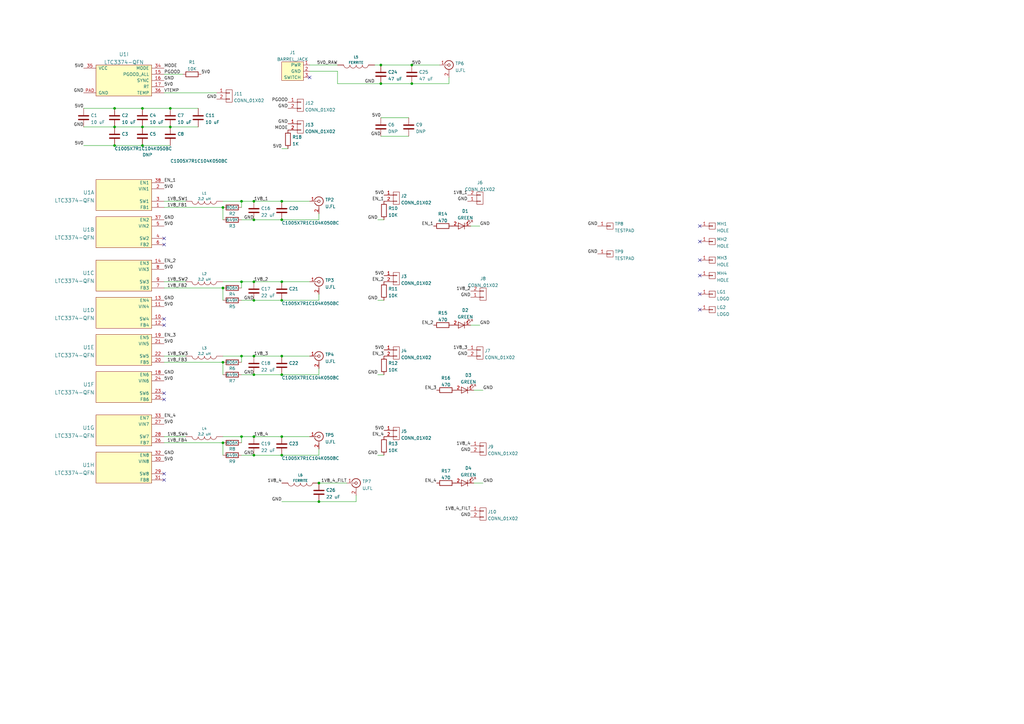
<source format=kicad_sch>
(kicad_sch (version 20211123) (generator eeschema)
  (paper "A3")
  (title_block (date "2023-02-22"))
  (lib_symbols
    (symbol "conn:CONN_01X01" (pin_names (offset 1.016) hide)
      (property "Reference" "J" (at 0 2.54 0))
      (property "Value" "CONN_01X01" (at 2.54 0 90))
      (symbol "CONN_01X01_0_1"
        (rectangle (start -1.27 0.127) (end 0.254 -0.127))
        (rectangle (start -1.27 1.27) (end 1.27 -1.27))
      )
      (symbol "CONN_01X01_1_1"
        (pin passive line (at -5.08 0 0) (length 3.81) (name "P1") (number "1"))
      )
    )
    (symbol "conn:CONN_01X02" (pin_names (offset 1.016) hide)
      (property "Reference" "J" (at 0 3.81 0))
      (property "Value" "CONN_01X02" (at 2.54 0 90))
      (symbol "CONN_01X02_0_1"
        (rectangle (start -1.27 -1.143) (end 0.254 -1.397))
        (rectangle (start -1.27 1.397) (end 0.254 1.143))
        (rectangle (start -1.27 2.54) (end 1.27 -2.54))
      )
      (symbol "CONN_01X02_1_1"
        (pin passive line (at -5.08 1.27 0) (length 3.81) (name "P1") (number "1"))
        (pin passive line (at -5.08 -1.27 0) (length 3.81) (name "P2") (number "2"))
      )
    )
    (symbol "conn:CONN_COAXIAL" (pin_names (offset 1.016) hide)
      (property "Reference" "J" (at 0.254 3.048 0))
      (property "Value" "CONN_COAXIAL" (at 2.921 0 90))
      (symbol "CONN_COAXIAL_0_1"
        (arc (start -1.778 -0.508) (mid 0.222 -1.808) (end 1.778 0) (stroke (width 0.254)))
        (polyline (pts (xy -1.27 0) (xy -0.508 0)))
        (polyline (pts (xy 0 -2.54) (xy 0 -1.778)))
        (circle (center 0 0) (radius 0.508) (stroke (width 0.2032)))
        (arc (start 1.778 0) (mid 0.222 1.8083) (end -1.778 0.508) (stroke (width 0.254)))
      )
      (symbol "CONN_COAXIAL_1_1"
        (pin passive line (at -3.81 0 0) (length 2.54) (name "In") (number "1"))
        (pin passive line (at 0 -5.08 90) (length 2.54) (name "Ext") (number "2"))
      )
    )
    (symbol "device:C" (pin_numbers hide) (pin_names (offset 0.254))
      (property "Reference" "C" (at 0.635 2.54 0))
      (property "Value" "C" (at 0.635 -2.54 0))
      (symbol "C_0_1"
        (polyline (pts (xy -2.032 -0.762) (xy 2.032 -0.762)) (stroke (width 0.508)))
        (polyline (pts (xy -2.032 0.762) (xy 2.032 0.762)) (stroke (width 0.508)))
      )
      (symbol "C_1_1"
        (pin passive line (at 0 3.81 270) (length 2.794) (name "~") (number "1"))
        (pin passive line (at 0 -3.81 90) (length 2.794) (name "~") (number "2"))
      )
    )
    (symbol "device:LED" (pin_names (offset 1.016) hide)
      (property "Reference" "D" (at 0 2.54 0))
      (property "Value" "LED" (at 0 -2.54 0))
      (symbol "LED_0_1"
        (polyline (pts (xy -1.27 -1.27) (xy -1.27 1.27)) (stroke (width 0.2032)))
        (polyline (pts (xy -1.27 0) (xy 1.27 0)))
        (polyline (pts (xy 1.27 -1.27) (xy 1.27 1.27) (xy -1.27 0) (xy 1.27 -1.27)) (stroke (width 0.2032)))
        (polyline (pts (xy -3.048 -0.762) (xy -4.572 -2.286) (xy -3.81 -2.286) (xy -4.572 -2.286) (xy -4.572 -1.524)))
        (polyline (pts (xy -1.778 -0.762) (xy -3.302 -2.286) (xy -2.54 -2.286) (xy -3.302 -2.286) (xy -3.302 -1.524)))
      )
      (symbol "LED_1_1"
        (pin passive line (at -3.81 0 0) (length 2.54) (name "K") (number "1"))
        (pin passive line (at 3.81 0 180) (length 2.54) (name "A") (number "2"))
      )
    )
    (symbol "device:R" (pin_numbers hide) (pin_names (offset 0))
      (property "Reference" "R" (at 2.032 0 90))
      (property "Value" "R" (at 0 0 90))
      (symbol "R_0_1"
        (rectangle (start -1.016 -2.54) (end 1.016 2.54) (stroke (width 0.254)))
      )
      (symbol "R_1_1"
        (pin passive line (at 0 3.81 270) (length 1.27) (name "~") (number "1"))
        (pin passive line (at 0 -3.81 90) (length 1.27) (name "~") (number "2"))
      )
    )
    (symbol "passive-azonenberg:INDUCTOR_PWROUT" (pin_numbers hide) (pin_names (offset 1.016) hide)
      (property "Reference" "L" (at -1.27 0 90))
      (property "Value" "INDUCTOR_PWROUT" (at 2.54 0 90))
      (symbol "INDUCTOR_PWROUT_0_1"
        (arc (start 0.0254 -5.0546) (mid 1.245 -3.7973) (end 0.0254 -2.54))
        (arc (start 0.0254 -2.5146) (mid 1.2704 -1.2319) (end 0.0254 0.0508))
        (arc (start 0.0254 0.0254) (mid 1.2704 1.3081) (end 0.0254 2.5908))
        (arc (start 0.0254 2.5654) (mid 1.1942 3.7719) (end 0.0254 4.9784))
      )
      (symbol "INDUCTOR_PWROUT_1_1"
        (pin power_out line (at 0 7.62 270) (length 2.54) (name "1") (number "1"))
        (pin passive line (at 0 -7.62 90) (length 2.54) (name "2") (number "2"))
      )
    )
    (symbol "power-azonenberg:BARREL_JACK" (pin_names (offset 1.016))
      (property "Reference" "J" (at 1.27 -1.27 0))
      (property "Value" "BARREL_JACK" (at 6.35 -3.81 0))
      (symbol "BARREL_JACK_0_1"
        (rectangle (start 0 7.62) (end -8.89 0) (fill (type background)))
      )
      (symbol "BARREL_JACK_1_1"
        (pin power_out line (at 2.54 6.35 180) (length 2.54) (name "PWR") (number "1"))
        (pin power_out line (at 2.54 3.81 180) (length 2.54) (name "GND") (number "2"))
        (pin passive line (at 2.54 1.27 180) (length 2.54) (name "SWITCH") (number "3"))
      )
    )
    (symbol "power-azonenberg:LTC3374-QFN" (pin_names (offset 1.016))
      (property "Reference" "U" (at 0 -1.27 0))
      (property "Value" "LTC3374-QFN" (at 22.86 -1.27 0))
      (symbol "LTC3374-QFN_0_1"
        (rectangle (start 0 12.7) (end 22.86 0) (fill (type background)))
      )
      (symbol "LTC3374-QFN_1_1"
        (pin input line (at -5.08 1.27 0) (length 5.08) (name "FB1") (number "1"))
        (pin power_in line (at -5.08 8.89 0) (length 5.08) (name "VIN1") (number "2"))
        (pin power_out line (at -5.08 3.81 0) (length 5.08) (name "SW1") (number "3"))
        (pin input line (at -5.08 11.43 0) (length 5.08) (name "EN1") (number "38"))
      )
      (symbol "LTC3374-QFN_2_1"
        (pin input line (at -5.08 11.43 0) (length 5.08) (name "EN2") (number "37"))
        (pin power_out line (at -5.08 3.81 0) (length 5.08) (name "SW2") (number "4"))
        (pin power_in line (at -5.08 8.89 0) (length 5.08) (name "VIN2") (number "5"))
        (pin input line (at -5.08 1.27 0) (length 5.08) (name "FB2") (number "6"))
      )
      (symbol "LTC3374-QFN_3_1"
        (pin input line (at -5.08 11.43 0) (length 5.08) (name "EN3") (number "14"))
        (pin input line (at -5.08 1.27 0) (length 5.08) (name "FB3") (number "7"))
        (pin power_in line (at -5.08 8.89 0) (length 5.08) (name "VIN3") (number "8"))
        (pin power_out line (at -5.08 3.81 0) (length 5.08) (name "SW3") (number "9"))
      )
      (symbol "LTC3374-QFN_4_1"
        (pin power_out line (at -5.08 3.81 0) (length 5.08) (name "SW4") (number "10"))
        (pin power_in line (at -5.08 8.89 0) (length 5.08) (name "VIN4") (number "11"))
        (pin input line (at -5.08 1.27 0) (length 5.08) (name "FB4") (number "12"))
        (pin input line (at -5.08 11.43 0) (length 5.08) (name "EN4") (number "13"))
      )
      (symbol "LTC3374-QFN_5_1"
        (pin input line (at -5.08 11.43 0) (length 5.08) (name "EN5") (number "19"))
        (pin input line (at -5.08 1.27 0) (length 5.08) (name "FB5") (number "20"))
        (pin power_in line (at -5.08 8.89 0) (length 5.08) (name "VIN5") (number "21"))
        (pin power_out line (at -5.08 3.81 0) (length 5.08) (name "SW5") (number "22"))
      )
      (symbol "LTC3374-QFN_6_1"
        (pin input line (at -5.08 11.43 0) (length 5.08) (name "EN6") (number "18"))
        (pin power_out line (at -5.08 3.81 0) (length 5.08) (name "SW6") (number "23"))
        (pin power_in line (at -5.08 8.89 0) (length 5.08) (name "VIN6") (number "24"))
        (pin input line (at -5.08 1.27 0) (length 5.08) (name "FB6") (number "25"))
      )
      (symbol "LTC3374-QFN_7_1"
        (pin input line (at -5.08 1.27 0) (length 5.08) (name "FB7") (number "26"))
        (pin power_in line (at -5.08 8.89 0) (length 5.08) (name "VIN7") (number "27"))
        (pin power_out line (at -5.08 3.81 0) (length 5.08) (name "SW7") (number "28"))
        (pin input line (at -5.08 11.43 0) (length 5.08) (name "EN7") (number "33"))
      )
      (symbol "LTC3374-QFN_8_1"
        (pin power_out line (at -5.08 3.81 0) (length 5.08) (name "SW8") (number "29"))
        (pin power_in line (at -5.08 8.89 0) (length 5.08) (name "VIN8") (number "30"))
        (pin input line (at -5.08 1.27 0) (length 5.08) (name "FB8") (number "31"))
        (pin input line (at -5.08 11.43 0) (length 5.08) (name "EN8") (number "32"))
      )
      (symbol "LTC3374-QFN_9_1"
        (pin open_collector line (at 27.94 8.89 180) (length 5.08) (name "PGOOD_ALL") (number "15"))
        (pin input line (at 27.94 6.35 180) (length 5.08) (name "SYNC") (number "16"))
        (pin input line (at 27.94 3.81 180) (length 5.08) (name "RT") (number "17"))
        (pin input line (at 27.94 11.43 180) (length 5.08) (name "MODE") (number "34"))
        (pin power_in line (at -5.08 11.43 0) (length 5.08) (name "VCC") (number "35"))
        (pin output line (at 27.94 1.27 180) (length 5.08) (name "TEMP") (number "36"))
        (pin power_in line (at -5.08 1.27 0) (length 5.08) (name "GND") (number "PAD"))
      )
    )
  )
  (junction (at 46.99 44.45))
  (junction (at 115.57 146.05))
  (junction (at 115.57 90.17))
  (junction (at 104.14 146.05))
  (junction (at 104.14 123.19))
  (junction (at 104.14 179.07))
  (junction (at 104.14 153.67))
  (junction (at 46.99 59.69))
  (junction (at 156.21 26.67))
  (junction (at 168.91 34.29))
  (junction (at 104.14 90.17))
  (junction (at 46.99 52.07))
  (junction (at 58.42 59.69))
  (junction (at 99.06 179.07))
  (junction (at 115.57 115.57))
  (junction (at 91.44 181.61))
  (junction (at 99.06 115.57))
  (junction (at 104.14 115.57))
  (junction (at 99.06 146.05))
  (junction (at 58.42 44.45))
  (junction (at 91.44 85.09))
  (junction (at 91.44 118.11))
  (junction (at 104.14 186.69))
  (junction (at 115.57 82.55))
  (junction (at 168.91 26.67))
  (junction (at 115.57 153.67))
  (junction (at 58.42 52.07))
  (junction (at 99.06 82.55))
  (junction (at 115.57 179.07))
  (junction (at 130.81 205.74))
  (junction (at 104.14 82.55))
  (junction (at 69.85 44.45))
  (junction (at 130.81 198.12))
  (junction (at 91.44 148.59))
  (junction (at 115.57 123.19))
  (junction (at 156.21 34.29))
  (junction (at 69.85 52.07))
  (junction (at 115.57 186.69))
  (no_connect (at 287.02 127))
  (no_connect (at 287.02 106.68))
  (no_connect (at 287.02 113.03))
  (no_connect (at 67.31 100.33))
  (no_connect (at 127 31.75))
  (no_connect (at 287.02 99.06))
  (no_connect (at 287.02 120.65))
  (no_connect (at 67.31 97.79))
  (no_connect (at 67.31 161.29))
  (no_connect (at 67.31 163.83))
  (no_connect (at 67.31 130.81))
  (no_connect (at 67.31 194.31))
  (no_connect (at 67.31 133.35))
  (no_connect (at 67.31 196.85))
  (no_connect (at 287.02 92.71))
  (wire (pts (xy 193.04 133.35) (xy 196.85 133.35)))
  (wire (pts (xy 130.81 90.17) (xy 130.81 87.63)))
  (wire (pts (xy 67.31 181.61) (xy 91.44 181.61)))
  (wire (pts (xy 115.57 60.96) (xy 118.11 60.96)))
  (wire (pts (xy 115.57 179.07) (xy 127 179.07)))
  (wire (pts (xy 156.21 26.67) (xy 168.91 26.67)))
  (wire (pts (xy 104.14 186.69) (xy 115.57 186.69)))
  (wire (pts (xy 138.43 34.29) (xy 156.21 34.29)))
  (wire (pts (xy 34.29 52.07) (xy 46.99 52.07)))
  (wire (pts (xy 184.15 34.29) (xy 184.15 31.75)))
  (wire (pts (xy 130.81 186.69) (xy 130.81 184.15)))
  (wire (pts (xy 69.85 44.45) (xy 81.28 44.45)))
  (wire (pts (xy 130.81 123.19) (xy 130.81 120.65)))
  (wire (pts (xy 58.42 44.45) (xy 69.85 44.45)))
  (wire (pts (xy 115.57 90.17) (xy 130.81 90.17)))
  (wire (pts (xy 91.44 179.07) (xy 99.06 179.07)))
  (wire (pts (xy 99.06 82.55) (xy 104.14 82.55)))
  (wire (pts (xy 67.31 118.11) (xy 91.44 118.11)))
  (wire (pts (xy 115.57 153.67) (xy 130.81 153.67)))
  (wire (pts (xy 91.44 115.57) (xy 99.06 115.57)))
  (wire (pts (xy 99.06 186.69) (xy 104.14 186.69)))
  (wire (pts (xy 154.94 90.17) (xy 157.48 90.17)))
  (wire (pts (xy 67.31 38.1) (xy 88.9 38.1)))
  (wire (pts (xy 99.06 146.05) (xy 104.14 146.05)))
  (wire (pts (xy 91.44 123.19) (xy 91.44 118.11)))
  (wire (pts (xy 104.14 153.67) (xy 115.57 153.67)))
  (wire (pts (xy 130.81 153.67) (xy 130.81 151.13)))
  (wire (pts (xy 46.99 52.07) (xy 58.42 52.07)))
  (wire (pts (xy 127 26.67) (xy 138.43 26.67)))
  (wire (pts (xy 156.21 34.29) (xy 168.91 34.29)))
  (wire (pts (xy 99.06 153.67) (xy 104.14 153.67)))
  (wire (pts (xy 58.42 52.07) (xy 69.85 52.07)))
  (wire (pts (xy 58.42 59.69) (xy 69.85 59.69)))
  (wire (pts (xy 130.81 205.74) (xy 146.05 205.74)))
  (wire (pts (xy 104.14 179.07) (xy 115.57 179.07)))
  (wire (pts (xy 99.06 146.05) (xy 99.06 148.59)))
  (wire (pts (xy 99.06 115.57) (xy 99.06 118.11)))
  (wire (pts (xy 104.14 123.19) (xy 115.57 123.19)))
  (wire (pts (xy 99.06 115.57) (xy 104.14 115.57)))
  (wire (pts (xy 104.14 90.17) (xy 115.57 90.17)))
  (wire (pts (xy 115.57 115.57) (xy 127 115.57)))
  (wire (pts (xy 99.06 82.55) (xy 99.06 85.09)))
  (wire (pts (xy 104.14 115.57) (xy 115.57 115.57)))
  (wire (pts (xy 67.31 82.55) (xy 76.2 82.55)))
  (wire (pts (xy 115.57 205.74) (xy 130.81 205.74)))
  (wire (pts (xy 34.29 44.45) (xy 46.99 44.45)))
  (wire (pts (xy 154.94 153.67) (xy 157.48 153.67)))
  (wire (pts (xy 115.57 82.55) (xy 127 82.55)))
  (wire (pts (xy 115.57 186.69) (xy 130.81 186.69)))
  (wire (pts (xy 138.43 34.29) (xy 138.43 29.21)))
  (wire (pts (xy 67.31 148.59) (xy 91.44 148.59)))
  (wire (pts (xy 99.06 123.19) (xy 104.14 123.19)))
  (wire (pts (xy 168.91 34.29) (xy 184.15 34.29)))
  (wire (pts (xy 104.14 82.55) (xy 115.57 82.55)))
  (wire (pts (xy 34.29 59.69) (xy 46.99 59.69)))
  (wire (pts (xy 91.44 153.67) (xy 91.44 148.59)))
  (wire (pts (xy 91.44 186.69) (xy 91.44 181.61)))
  (wire (pts (xy 67.31 115.57) (xy 76.2 115.57)))
  (wire (pts (xy 99.06 179.07) (xy 99.06 181.61)))
  (wire (pts (xy 104.14 146.05) (xy 115.57 146.05)))
  (wire (pts (xy 154.94 123.19) (xy 157.48 123.19)))
  (wire (pts (xy 156.21 55.88) (xy 167.64 55.88)))
  (wire (pts (xy 130.81 198.12) (xy 142.24 198.12)))
  (wire (pts (xy 194.31 160.02) (xy 198.12 160.02)))
  (wire (pts (xy 154.94 186.69) (xy 157.48 186.69)))
  (wire (pts (xy 156.21 48.26) (xy 167.64 48.26)))
  (wire (pts (xy 146.05 205.74) (xy 146.05 203.2)))
  (wire (pts (xy 99.06 179.07) (xy 104.14 179.07)))
  (wire (pts (xy 115.57 123.19) (xy 130.81 123.19)))
  (wire (pts (xy 69.85 52.07) (xy 81.28 52.07)))
  (wire (pts (xy 194.31 198.12) (xy 198.12 198.12)))
  (wire (pts (xy 115.57 146.05) (xy 127 146.05)))
  (wire (pts (xy 193.04 92.71) (xy 196.85 92.71)))
  (wire (pts (xy 67.31 30.48) (xy 74.93 30.48)))
  (wire (pts (xy 46.99 44.45) (xy 58.42 44.45)))
  (wire (pts (xy 168.91 26.67) (xy 180.34 26.67)))
  (wire (pts (xy 91.44 146.05) (xy 99.06 146.05)))
  (wire (pts (xy 91.44 90.17) (xy 91.44 85.09)))
  (wire (pts (xy 67.31 85.09) (xy 91.44 85.09)))
  (wire (pts (xy 99.06 90.17) (xy 104.14 90.17)))
  (wire (pts (xy 67.31 146.05) (xy 76.2 146.05)))
  (wire (pts (xy 138.43 29.21) (xy 127 29.21)))
  (wire (pts (xy 91.44 82.55) (xy 99.06 82.55)))
  (wire (pts (xy 67.31 179.07) (xy 76.2 179.07)))
  (wire (pts (xy 46.99 59.69) (xy 58.42 59.69)))
  (wire (pts (xy 153.67 26.67) (xy 156.21 26.67)))
  (label "1V8_SW1" (at 68.58 82.55 0))
  (label "EN_1" (at 157.48 82.55 180))
  (label "5V0" (at 67.31 77.47 0))
  (label "1V8_SW2" (at 68.58 115.57 0))
  (label "5V0" (at 67.31 35.56 0))
  (label "5V0" (at 67.31 92.71 0))
  (label "VTEMP" (at 67.31 38.1 0))
  (label "EN_4" (at 179.07 198.12 180))
  (label "EN_2" (at 67.31 107.95 0))
  (label "EN_4" (at 67.31 171.45 0))
  (label "5V0" (at 67.31 156.21 0))
  (label "GND" (at 191.77 146.05 180))
  (label "5V0" (at 168.91 26.67 0))
  (label "GND" (at 34.29 52.07 180))
  (label "1V8_FB2" (at 68.58 118.11 0))
  (label "GND" (at 156.21 55.88 180))
  (label "1V8_4" (at 115.57 198.12 180))
  (label "MODE" (at 118.11 53.34 180))
  (label "5V0" (at 34.29 59.69 180))
  (label "GND" (at 154.94 153.67 180))
  (label "GND" (at 154.94 186.69 180))
  (label "GND" (at 193.04 121.92 180))
  (label "GND" (at 34.29 38.1 180))
  (label "1V8_1" (at 191.77 80.01 180))
  (label "1V8_FB1" (at 68.58 85.09 0))
  (label "GND" (at 191.77 82.55 180))
  (label "1V8_4_FILT" (at 193.04 209.55 180))
  (label "1V8_4" (at 193.04 182.88 180))
  (label "5V0" (at 82.55 30.48 0))
  (label "GND" (at 104.14 186.69 180))
  (label "GND" (at 67.31 153.67 0))
  (label "5V0" (at 157.48 143.51 180))
  (label "GND" (at 104.14 90.17 180))
  (label "5V0" (at 67.31 110.49 0))
  (label "EN_2" (at 157.48 115.57 180))
  (label "PGOOD" (at 118.11 41.91 180))
  (label "GND" (at 196.85 133.35 0))
  (label "1V8_SW3" (at 68.58 146.05 0))
  (label "1V8_4" (at 104.14 179.07 0))
  (label "GND" (at 115.57 205.74 180))
  (label "5V0" (at 67.31 125.73 0))
  (label "5V0" (at 157.48 113.03 180))
  (label "1V8_2" (at 104.14 115.57 0))
  (label "GND" (at 104.14 153.67 180))
  (label "1V8_SW4" (at 68.58 179.07 0))
  (label "EN_3" (at 179.07 160.02 180))
  (label "1V8_3" (at 191.77 143.51 180))
  (label "GND" (at 193.04 185.42 180))
  (label "GND" (at 154.94 90.17 180))
  (label "GND" (at 154.94 123.19 180))
  (label "GND" (at 245.11 104.14 180))
  (label "5V0" (at 67.31 189.23 0))
  (label "1V8_1" (at 104.14 82.55 0))
  (label "GND" (at 198.12 198.12 0))
  (label "5V0" (at 157.48 176.53 180))
  (label "EN_2" (at 177.8 133.35 180))
  (label "1V8_2" (at 193.04 119.38 180))
  (label "5V0" (at 157.48 80.01 180))
  (label "EN_4" (at 157.48 179.07 180))
  (label "EN_1" (at 177.8 92.71 180))
  (label "GND" (at 67.31 186.69 0))
  (label "5V0" (at 34.29 27.94 180))
  (label "5V0" (at 156.21 48.26 180))
  (label "EN_1" (at 67.31 74.93 0))
  (label "EN_3" (at 157.48 146.05 180))
  (label "GND" (at 193.04 212.09 180))
  (label "EN_3" (at 67.31 138.43 0))
  (label "GND" (at 104.14 123.19 180))
  (label "GND" (at 67.31 90.17 0))
  (label "5V0" (at 67.31 140.97 0))
  (label "5V0" (at 67.31 173.99 0))
  (label "GND" (at 67.31 123.19 0))
  (label "GND" (at 118.11 50.8 180))
  (label "5V0" (at 34.29 44.45 180))
  (label "PGOOD" (at 67.31 30.48 0))
  (label "1V8_FB4" (at 68.58 181.61 0))
  (label "1V8_4_FILT" (at 142.24 198.12 180))
  (label "GND" (at 245.11 92.71 180))
  (label "1V8_FB3" (at 68.58 148.59 0))
  (label "1V8_3" (at 104.14 146.05 0))
  (label "GND" (at 67.31 33.02 0))
  (label "5V0" (at 115.57 60.96 180))
  (label "GND" (at 88.9 40.64 180))
  (label "GND" (at 153.67 34.29 180))
  (label "5V0_RAW" (at 138.43 26.67 180))
  (label "GND" (at 196.85 92.71 0))
  (label "GND" (at 198.12 160.02 0))
  (label "GND" (at 118.11 44.45 180))
  (label "MODE" (at 67.31 27.94 0))
  (symbol (lib_id "passive-azonenberg:INDUCTOR_PWROUT") (at 83.82 146.05 270) (unit 1)
    (property "Reference" "L3" (at 83.82 142.7752 90) (effects (font (size 1.016 1.016))))
    (property "Value" "2.2 uH" (at 83.82 145.046 90) (effects (font (size 1.016 1.016))))
    (property "Footprint" "azonenberg_pcb:INDUCTOR_YUDEN_NRS5030" (effects hide))
  )
  (symbol (lib_id "device:C") (at 34.29 48.26 0) (unit 1)
    (property "Reference" "C1" (at 37.211 47.3515 0) (effects (justify left)))
    (property "Value" "10 uF" (at 37.211 50.1266 0) (effects (justify left)))
    (property "Footprint" "azonenberg_pcb:EIA_0805_CAP_NOSILK" (effects hide))
  )
  (symbol (lib_id "conn:CONN_01X01") (at 292.1 106.68 0) (unit 1)
    (property "Reference" "MH3" (at 294.005 105.7715 0) (effects (justify left)))
    (property "Value" "HOLE" (at 294.005 108.5466 0) (effects (justify left)))
    (property "Footprint" "azonenberg_pcb:MECHANICAL_CLEARANCEHOLE_4_40" (effects hide))
  )
  (symbol (lib_id "device:C") (at 69.85 55.88 0) (unit 1)
    (property "Reference" "C8" (at 72.771 54.9715 0) (effects (justify left)))
    (property "Value" "C1005X7R1C104K050BC" (at 69.85 66.04 0) (effects (justify left)))
    (property "Footprint" "azonenberg_pcb:EIA_0402_CAP_NOSILK" (effects hide))
  )
  (symbol (lib_id "device:LED") (at 189.23 92.71 180) (unit 1)
    (property "Reference" "D1" (at 190.8302 86.5845 0))
    (property "Value" "GREEN" (at 190.8302 89.3596 0))
    (property "Footprint" "azonenberg_pcb:EIA_0603_CAP_NOSILK" (effects hide))
  )
  (symbol (lib_id "passive-azonenberg:INDUCTOR_PWROUT") (at 83.82 115.57 270) (unit 1)
    (property "Reference" "L2" (at 83.82 112.2952 90) (effects (font (size 1.016 1.016))))
    (property "Value" "2.2 uH" (at 83.82 114.566 90) (effects (font (size 1.016 1.016))))
    (property "Footprint" "azonenberg_pcb:INDUCTOR_YUDEN_NRS5030" (effects hide))
  )
  (symbol (lib_id "conn:CONN_01X02") (at 162.56 177.8 0) (unit 1)
    (property "Reference" "J5" (at 164.465 176.8915 0) (effects (justify left)))
    (property "Value" "CONN_01X02" (at 164.465 179.6666 0) (effects (justify left)))
    (property "Footprint" "azonenberg_pcb:CONN_HEADER_2.54MM_1x2" (effects hide))
  )
  (symbol (lib_id "device:C") (at 58.42 55.88 0) (unit 1)
    (property "Reference" "C5" (at 61.341 54.9715 0) (effects (justify left)))
    (property "Value" "DNP" (at 58.42 63.5 0) (effects (justify left)))
    (property "Footprint" "azonenberg_pcb:EIA_0402_CAP_NOSILK" (effects hide))
  )
  (symbol (lib_id "device:C") (at 104.14 149.86 0) (unit 1)
    (property "Reference" "C18" (at 107.061 148.9515 0) (effects (justify left)))
    (property "Value" "22 uF" (at 107.061 151.7266 0) (effects (justify left)))
    (property "Footprint" "azonenberg_pcb:EIA_1206_CAP_NOSILK" (effects hide))
  )
  (symbol (lib_id "device:C") (at 58.42 48.26 0) (unit 1)
    (property "Reference" "C4" (at 61.341 47.3515 0) (effects (justify left)))
    (property "Value" "10 uF" (at 61.341 50.1266 0) (effects (justify left)))
    (property "Footprint" "azonenberg_pcb:EIA_0805_CAP_NOSILK" (effects hide))
  )
  (symbol (lib_id "device:R") (at 95.25 85.09 90) (unit 1)
    (property "Reference" "R2" (at 95.25 87.63 90))
    (property "Value" "806K" (at 95.25 85.09 90))
    (property "Footprint" "azonenberg_pcb:EIA_0402_RES_NOSILK" (effects hide))
  )
  (symbol (lib_id "conn:CONN_01X02") (at 162.56 114.3 0) (unit 1)
    (property "Reference" "J3" (at 164.465 113.3915 0) (effects (justify left)))
    (property "Value" "CONN_01X02" (at 164.465 116.1666 0) (effects (justify left)))
    (property "Footprint" "azonenberg_pcb:CONN_HEADER_2.54MM_1x2" (effects hide))
  )
  (symbol (lib_id "device:C") (at 167.64 52.07 0) (unit 1)
    (property "Reference" "C9" (at 170.561 51.1615 0) (effects (justify left)))
    (property "Value" "DNP" (at 170.561 53.9366 0) (effects (justify left)))
    (property "Footprint" "azonenberg_pcb:EIA_1210_CAP_NOSILK" (effects hide))
  )
  (symbol (lib_id "conn:CONN_01X02") (at 196.85 144.78 0) (unit 1)
    (property "Reference" "J7" (at 198.755 143.8715 0) (effects (justify left)))
    (property "Value" "CONN_01X02" (at 198.755 146.6466 0) (effects (justify left)))
    (property "Footprint" "azonenberg_pcb:TERMBLOCK_PHOENIX_COMBICON_3.5MM_2POS_1984617" (effects hide))
  )
  (symbol (lib_id "conn:CONN_COAXIAL") (at 146.05 198.12 0) (unit 1)
    (property "Reference" "TP7" (at 148.5901 197.5047 0) (effects (justify left)))
    (property "Value" "U.FL" (at 148.5901 200.2798 0) (effects (justify left)))
    (property "Footprint" "azonenberg_pcb:CONN_U.FL_TE_1909763-1" (effects hide))
  )
  (symbol (lib_id "device:R") (at 118.11 57.15 0) (unit 1)
    (property "Reference" "R18" (at 119.888 56.2415 0) (effects (justify left)))
    (property "Value" "1K" (at 119.888 59.0166 0) (effects (justify left)))
    (property "Footprint" "azonenberg_pcb:EIA_0402_RES_NOSILK" (effects hide))
  )
  (symbol (lib_id "conn:CONN_01X01") (at 292.1 120.65 0) (unit 1)
    (property "Reference" "LG1" (at 294.005 119.7415 0) (effects (justify left)))
    (property "Value" "LOGO" (at 294.005 122.5166 0) (effects (justify left)))
    (property "Footprint" "azonenberg_pcb:LONGTHING-1200DPI" (effects hide))
  )
  (symbol (lib_id "device:LED") (at 190.5 160.02 180) (unit 1)
    (property "Reference" "D3" (at 192.1002 153.8945 0))
    (property "Value" "GREEN" (at 192.1002 156.6696 0))
    (property "Footprint" "azonenberg_pcb:EIA_0603_CAP_NOSILK" (effects hide))
  )
  (symbol (lib_id "power-azonenberg:LTC3374-QFN") (at 62.23 198.12 0) (mirror y) (unit 8)
    (property "Reference" "U1" (at 38.735 190.7053 0) (effects (font (size 1.524 1.524)) (justify left)))
    (property "Value" "LTC3374-QFN" (at 38.735 193.9843 0) (effects (font (size 1.524 1.524)) (justify left)))
    (property "Footprint" "azonenberg_pcb:QFN_38_0.5MM_5x7MM" (effects hide))
  )
  (symbol (lib_id "device:C") (at 156.21 30.48 0) (unit 1)
    (property "Reference" "C24" (at 159.131 29.5715 0) (effects (justify left)))
    (property "Value" "47 uF" (at 159.131 32.3466 0) (effects (justify left)))
    (property "Footprint" "azonenberg_pcb:EIA_1210_CAP_NOSILK" (effects hide))
  )
  (symbol (lib_id "device:R") (at 157.48 182.88 0) (unit 1)
    (property "Reference" "R13" (at 159.258 181.9715 0) (effects (justify left)))
    (property "Value" "10K" (at 159.258 184.7466 0) (effects (justify left)))
    (property "Footprint" "azonenberg_pcb:EIA_0402_RES_NOSILK_FLIPCHIP" (effects hide))
  )
  (symbol (lib_id "device:R") (at 182.88 198.12 90) (unit 1)
    (property "Reference" "R17" (at 182.88 193.1375 90))
    (property "Value" "470" (at 182.88 195.9126 90))
    (property "Footprint" "azonenberg_pcb:EIA_0402_RES_NOSILK_FLIPCHIP" (effects hide))
  )
  (symbol (lib_id "conn:CONN_01X02") (at 162.56 81.28 0) (unit 1)
    (property "Reference" "J2" (at 164.465 80.3715 0) (effects (justify left)))
    (property "Value" "CONN_01X02" (at 164.465 83.1466 0) (effects (justify left)))
    (property "Footprint" "azonenberg_pcb:CONN_HEADER_2.54MM_1x2" (effects hide))
  )
  (symbol (lib_id "device:R") (at 157.48 119.38 0) (unit 1)
    (property "Reference" "R11" (at 159.258 118.4715 0) (effects (justify left)))
    (property "Value" "10K" (at 159.258 121.2466 0) (effects (justify left)))
    (property "Footprint" "azonenberg_pcb:EIA_0402_RES_NOSILK_FLIPCHIP" (effects hide))
  )
  (symbol (lib_id "conn:CONN_01X02") (at 198.12 120.65 0) (mirror x) (unit 1)
    (property "Reference" "J8" (at 198.12 114.2705 0))
    (property "Value" "CONN_01X02" (at 198.12 117.0456 0))
    (property "Footprint" "azonenberg_pcb:TERMBLOCK_PHOENIX_COMBICON_3.5MM_2POS_1984617" (effects hide))
  )
  (symbol (lib_id "power-azonenberg:LTC3374-QFN") (at 39.37 39.37 0) (unit 9)
    (property "Reference" "U1" (at 50.8 22.2661 0) (effects (font (size 1.524 1.524))))
    (property "Value" "LTC3374-QFN" (at 50.8 25.5451 0) (effects (font (size 1.524 1.524))))
    (property "Footprint" "azonenberg_pcb:QFN_38_0.5MM_5x7MM" (effects hide))
  )
  (symbol (lib_id "conn:CONN_COAXIAL") (at 130.81 115.57 0) (unit 1)
    (property "Reference" "TP3" (at 133.3501 114.9547 0) (effects (justify left)))
    (property "Value" "U.FL" (at 133.3501 117.7298 0) (effects (justify left)))
    (property "Footprint" "azonenberg_pcb:CONN_U.FL_TE_1909763-1" (effects hide))
  )
  (symbol (lib_id "power-azonenberg:LTC3374-QFN") (at 62.23 149.86 0) (mirror y) (unit 5)
    (property "Reference" "U1" (at 38.735 142.4453 0) (effects (font (size 1.524 1.524)) (justify left)))
    (property "Value" "LTC3374-QFN" (at 38.735 145.7243 0) (effects (font (size 1.524 1.524)) (justify left)))
    (property "Footprint" "azonenberg_pcb:QFN_38_0.5MM_5x7MM" (effects hide))
  )
  (symbol (lib_id "power-azonenberg:LTC3374-QFN") (at 62.23 101.6 0) (mirror y) (unit 2)
    (property "Reference" "U1" (at 38.735 94.1853 0) (effects (font (size 1.524 1.524)) (justify left)))
    (property "Value" "LTC3374-QFN" (at 38.735 97.4643 0) (effects (font (size 1.524 1.524)) (justify left)))
    (property "Footprint" "azonenberg_pcb:QFN_38_0.5MM_5x7MM" (effects hide))
  )
  (symbol (lib_id "device:R") (at 95.25 153.67 90) (unit 1)
    (property "Reference" "R7" (at 95.25 156.21 90))
    (property "Value" "649K" (at 95.25 153.67 90))
    (property "Footprint" "azonenberg_pcb:EIA_0402_RES_NOSILK" (effects hide))
  )
  (symbol (lib_id "conn:CONN_01X02") (at 196.85 81.28 0) (mirror x) (unit 1)
    (property "Reference" "J6" (at 196.85 74.9005 0))
    (property "Value" "CONN_01X02" (at 196.85 77.6756 0))
    (property "Footprint" "azonenberg_pcb:TERMBLOCK_PHOENIX_COMBICON_3.5MM_2POS_1984617" (effects hide))
  )
  (symbol (lib_id "device:C") (at 69.85 48.26 0) (unit 1)
    (property "Reference" "C7" (at 72.771 47.3515 0) (effects (justify left)))
    (property "Value" "10 uF" (at 72.771 50.1266 0) (effects (justify left)))
    (property "Footprint" "azonenberg_pcb:EIA_0805_CAP_NOSILK" (effects hide))
  )
  (symbol (lib_id "conn:CONN_01X02") (at 123.19 52.07 0) (unit 1)
    (property "Reference" "J13" (at 125.095 51.1615 0) (effects (justify left)))
    (property "Value" "CONN_01X02" (at 125.095 53.9366 0) (effects (justify left)))
    (property "Footprint" "azonenberg_pcb:CONN_HEADER_2.54MM_1x2" (effects hide))
  )
  (symbol (lib_id "passive-azonenberg:INDUCTOR_PWROUT") (at 83.82 179.07 270) (unit 1)
    (property "Reference" "L4" (at 83.82 175.7952 90) (effects (font (size 1.016 1.016))))
    (property "Value" "2.2 uH" (at 83.82 178.066 90) (effects (font (size 1.016 1.016))))
    (property "Footprint" "azonenberg_pcb:INDUCTOR_YUDEN_NRS5030" (effects hide))
  )
  (symbol (lib_id "passive-azonenberg:INDUCTOR_PWROUT") (at 123.19 198.12 270) (unit 1)
    (property "Reference" "L6" (at 123.19 194.8452 90) (effects (font (size 1.016 1.016))))
    (property "Value" "FERRITE" (at 123.19 197.116 90) (effects (font (size 1.016 1.016))))
    (property "Footprint" "azonenberg_pcb:EIA_0603_INDUCTOR_NOSILK" (effects hide))
  )
  (symbol (lib_id "conn:CONN_COAXIAL") (at 130.81 82.55 0) (unit 1)
    (property "Reference" "TP2" (at 133.3501 81.9347 0) (effects (justify left)))
    (property "Value" "U.FL" (at 133.3501 84.7098 0) (effects (justify left)))
    (property "Footprint" "azonenberg_pcb:CONN_U.FL_TE_1909763-1" (effects hide))
  )
  (symbol (lib_id "conn:CONN_01X02") (at 123.19 43.18 0) (unit 1)
    (property "Reference" "J12" (at 125.095 42.2715 0) (effects (justify left)))
    (property "Value" "CONN_01X02" (at 125.095 45.0466 0) (effects (justify left)))
    (property "Footprint" "azonenberg_pcb:CONN_HEADER_2.54MM_1x2" (effects hide))
  )
  (symbol (lib_id "device:R") (at 95.25 186.69 90) (unit 1)
    (property "Reference" "R9" (at 95.25 189.23 90))
    (property "Value" "649K" (at 95.25 186.69 90))
    (property "Footprint" "azonenberg_pcb:EIA_0402_RES_NOSILK" (effects hide))
  )
  (symbol (lib_id "conn:CONN_01X01") (at 292.1 127 0) (unit 1)
    (property "Reference" "LG2" (at 294.005 126.0915 0) (effects (justify left)))
    (property "Value" "LOGO" (at 294.005 128.8666 0) (effects (justify left)))
    (property "Footprint" "w_logo:Logo_silk_polarity_center_5x1.4mm" (effects hide))
  )
  (symbol (lib_id "device:C") (at 104.14 119.38 0) (unit 1)
    (property "Reference" "C17" (at 107.061 118.4715 0) (effects (justify left)))
    (property "Value" "22 uF" (at 107.061 121.2466 0) (effects (justify left)))
    (property "Footprint" "azonenberg_pcb:EIA_1206_CAP_NOSILK" (effects hide))
  )
  (symbol (lib_id "conn:CONN_01X02") (at 162.56 144.78 0) (unit 1)
    (property "Reference" "J4" (at 164.465 143.8715 0) (effects (justify left)))
    (property "Value" "CONN_01X02" (at 164.465 146.6466 0) (effects (justify left)))
    (property "Footprint" "azonenberg_pcb:CONN_HEADER_2.54MM_1x2" (effects hide))
  )
  (symbol (lib_id "conn:CONN_01X02") (at 198.12 184.15 0) (unit 1)
    (property "Reference" "J9" (at 200.025 183.2415 0) (effects (justify left)))
    (property "Value" "CONN_01X02" (at 200.025 186.0166 0) (effects (justify left)))
    (property "Footprint" "azonenberg_pcb:TERMBLOCK_PHOENIX_COMBICON_3.5MM_2POS_1984617" (effects hide))
  )
  (symbol (lib_id "device:LED") (at 190.5 198.12 180) (unit 1)
    (property "Reference" "D4" (at 192.1002 191.9945 0))
    (property "Value" "GREEN" (at 192.1002 194.7696 0))
    (property "Footprint" "azonenberg_pcb:EIA_0603_CAP_NOSILK" (effects hide))
  )
  (symbol (lib_id "power-azonenberg:BARREL_JACK") (at 124.46 33.02 0) (unit 1)
    (property "Reference" "J1" (at 120.015 21.5605 0))
    (property "Value" "BARREL_JACK" (at 120.015 24.3356 0))
    (property "Footprint" "azonenberg_pcb:CONN_CUI_PJ-058BH_HIPWR_BARREL_NOSLOT" (effects hide))
  )
  (symbol (lib_id "power-azonenberg:LTC3374-QFN") (at 62.23 86.36 0) (mirror y) (unit 1)
    (property "Reference" "U1" (at 38.735 78.9453 0) (effects (font (size 1.524 1.524)) (justify left)))
    (property "Value" "LTC3374-QFN" (at 38.735 82.2243 0) (effects (font (size 1.524 1.524)) (justify left)))
    (property "Footprint" "azonenberg_pcb:QFN_38_0.5MM_5x7MM" (effects hide))
  )
  (symbol (lib_id "device:C") (at 156.21 52.07 0) (unit 1)
    (property "Reference" "C6" (at 159.131 51.1615 0) (effects (justify left)))
    (property "Value" "DNP" (at 159.131 53.9366 0) (effects (justify left)))
    (property "Footprint" "azonenberg_pcb:EIA_1210_CAP_NOSILK" (effects hide))
  )
  (symbol (lib_id "device:R") (at 95.25 181.61 90) (unit 1)
    (property "Reference" "R8" (at 95.25 184.15 90))
    (property "Value" "806K" (at 95.25 181.61 90))
    (property "Footprint" "azonenberg_pcb:EIA_0402_RES_NOSILK" (effects hide))
  )
  (symbol (lib_id "conn:CONN_01X01") (at 292.1 92.71 0) (unit 1)
    (property "Reference" "MH1" (at 294.005 91.8015 0) (effects (justify left)))
    (property "Value" "HOLE" (at 294.005 94.5766 0) (effects (justify left)))
    (property "Footprint" "azonenberg_pcb:MECHANICAL_CLEARANCEHOLE_4_40" (effects hide))
  )
  (symbol (lib_id "device:C") (at 168.91 30.48 0) (unit 1)
    (property "Reference" "C25" (at 171.831 29.5715 0) (effects (justify left)))
    (property "Value" "47 uF" (at 171.831 32.3466 0) (effects (justify left)))
    (property "Footprint" "azonenberg_pcb:EIA_1210_CAP_NOSILK" (effects hide))
  )
  (symbol (lib_id "device:R") (at 78.74 30.48 90) (unit 1)
    (property "Reference" "R1" (at 78.74 25.4975 90))
    (property "Value" "10K" (at 78.74 28.2726 90))
    (property "Footprint" "azonenberg_pcb:EIA_0402_RES_NOSILK" (effects hide))
  )
  (symbol (lib_id "conn:CONN_01X01") (at 292.1 99.06 0) (unit 1)
    (property "Reference" "MH2" (at 294.005 98.1515 0) (effects (justify left)))
    (property "Value" "HOLE" (at 294.005 100.9266 0) (effects (justify left)))
    (property "Footprint" "azonenberg_pcb:MECHANICAL_CLEARANCEHOLE_4_40" (effects hide))
  )
  (symbol (lib_id "conn:CONN_COAXIAL") (at 130.81 179.07 0) (unit 1)
    (property "Reference" "TP5" (at 133.3501 178.4547 0) (effects (justify left)))
    (property "Value" "U.FL" (at 133.3501 181.2298 0) (effects (justify left)))
    (property "Footprint" "azonenberg_pcb:CONN_U.FL_TE_1909763-1" (effects hide))
  )
  (symbol (lib_id "device:R") (at 95.25 148.59 90) (unit 1)
    (property "Reference" "R6" (at 95.25 151.13 90))
    (property "Value" "806K" (at 95.25 148.59 90))
    (property "Footprint" "azonenberg_pcb:EIA_0402_RES_NOSILK" (effects hide))
  )
  (symbol (lib_id "conn:CONN_01X02") (at 198.12 210.82 0) (unit 1)
    (property "Reference" "J10" (at 200.025 209.9115 0) (effects (justify left)))
    (property "Value" "CONN_01X02" (at 200.025 212.6866 0) (effects (justify left)))
    (property "Footprint" "azonenberg_pcb:TERMBLOCK_PHOENIX_COMBICON_3.5MM_2POS_1984617" (effects hide))
  )
  (symbol (lib_id "power-azonenberg:LTC3374-QFN") (at 62.23 165.1 0) (mirror y) (unit 6)
    (property "Reference" "U1" (at 38.735 157.6853 0) (effects (font (size 1.524 1.524)) (justify left)))
    (property "Value" "LTC3374-QFN" (at 38.735 160.9643 0) (effects (font (size 1.524 1.524)) (justify left)))
    (property "Footprint" "azonenberg_pcb:QFN_38_0.5MM_5x7MM" (effects hide))
  )
  (symbol (lib_id "device:R") (at 95.25 123.19 90) (unit 1)
    (property "Reference" "R5" (at 95.25 125.73 90))
    (property "Value" "649K" (at 95.25 123.19 90))
    (property "Footprint" "azonenberg_pcb:EIA_0402_RES_NOSILK" (effects hide))
  )
  (symbol (lib_id "power-azonenberg:LTC3374-QFN") (at 62.23 134.62 0) (mirror y) (unit 4)
    (property "Reference" "U1" (at 38.735 127.2053 0) (effects (font (size 1.524 1.524)) (justify left)))
    (property "Value" "LTC3374-QFN" (at 38.735 130.4843 0) (effects (font (size 1.524 1.524)) (justify left)))
    (property "Footprint" "azonenberg_pcb:QFN_38_0.5MM_5x7MM" (effects hide))
  )
  (symbol (lib_id "conn:CONN_COAXIAL") (at 130.81 146.05 0) (unit 1)
    (property "Reference" "TP4" (at 133.3501 145.4347 0) (effects (justify left)))
    (property "Value" "U.FL" (at 133.3501 148.2098 0) (effects (justify left)))
    (property "Footprint" "azonenberg_pcb:CONN_U.FL_TE_1909763-1" (effects hide))
  )
  (symbol (lib_id "conn:CONN_01X01") (at 250.19 104.14 0) (unit 1)
    (property "Reference" "TP9" (at 252.095 103.2315 0) (effects (justify left)))
    (property "Value" "TESTPAD" (at 252.095 106.0066 0) (effects (justify left)))
    (property "Footprint" "azonenberg_pcb:TESTPOINT_SMT_KEYSTONE_5016" (effects hide))
  )
  (symbol (lib_id "device:LED") (at 189.23 133.35 180) (unit 1)
    (property "Reference" "D2" (at 190.8302 127.2245 0))
    (property "Value" "GREEN" (at 190.8302 129.9996 0))
    (property "Footprint" "azonenberg_pcb:EIA_0603_CAP_NOSILK" (effects hide))
  )
  (symbol (lib_id "conn:CONN_01X01") (at 292.1 113.03 0) (unit 1)
    (property "Reference" "MH4" (at 294.005 112.1215 0) (effects (justify left)))
    (property "Value" "HOLE" (at 294.005 114.8966 0) (effects (justify left)))
    (property "Footprint" "azonenberg_pcb:MECHANICAL_CLEARANCEHOLE_4_40" (effects hide))
  )
  (symbol (lib_id "device:R") (at 182.88 160.02 90) (unit 1)
    (property "Reference" "R16" (at 182.88 155.0375 90))
    (property "Value" "470" (at 182.88 157.8126 90))
    (property "Footprint" "azonenberg_pcb:EIA_0402_RES_NOSILK_FLIPCHIP" (effects hide))
  )
  (symbol (lib_id "device:R") (at 157.48 149.86 0) (unit 1)
    (property "Reference" "R12" (at 159.258 148.9515 0) (effects (justify left)))
    (property "Value" "10K" (at 159.258 151.7266 0) (effects (justify left)))
    (property "Footprint" "azonenberg_pcb:EIA_0402_RES_NOSILK_FLIPCHIP" (effects hide))
  )
  (symbol (lib_id "conn:CONN_01X02") (at 93.98 39.37 0) (unit 1)
    (property "Reference" "J11" (at 95.885 38.4615 0) (effects (justify left)))
    (property "Value" "CONN_01X02" (at 95.885 41.2366 0) (effects (justify left)))
    (property "Footprint" "azonenberg_pcb:CONN_HEADER_2.54MM_1x2" (effects hide))
  )
  (symbol (lib_id "device:R") (at 181.61 133.35 90) (unit 1)
    (property "Reference" "R15" (at 181.61 128.3675 90))
    (property "Value" "470" (at 181.61 131.1426 90))
    (property "Footprint" "azonenberg_pcb:EIA_0402_RES_NOSILK_FLIPCHIP" (effects hide))
  )
  (symbol (lib_id "device:R") (at 95.25 118.11 90) (unit 1)
    (property "Reference" "R4" (at 95.25 120.65 90))
    (property "Value" "806K" (at 95.25 118.11 90))
    (property "Footprint" "azonenberg_pcb:EIA_0402_RES_NOSILK" (effects hide))
  )
  (symbol (lib_id "device:R") (at 95.25 90.17 90) (unit 1)
    (property "Reference" "R3" (at 95.25 92.71 90))
    (property "Value" "649K" (at 95.25 90.17 90))
    (property "Footprint" "azonenberg_pcb:EIA_0402_RES_NOSILK" (effects hide))
  )
  (symbol (lib_id "device:R") (at 157.48 86.36 0) (unit 1)
    (property "Reference" "R10" (at 159.258 85.4515 0) (effects (justify left)))
    (property "Value" "10K" (at 159.258 88.2266 0) (effects (justify left)))
    (property "Footprint" "azonenberg_pcb:EIA_0402_RES_NOSILK_FLIPCHIP" (effects hide))
  )
  (symbol (lib_id "device:C") (at 130.81 201.93 0) (unit 1)
    (property "Reference" "C26" (at 133.731 201.0215 0) (effects (justify left)))
    (property "Value" "22 uF" (at 133.731 203.7966 0) (effects (justify left)))
    (property "Footprint" "azonenberg_pcb:EIA_1206_CAP_NOSILK" (effects hide))
  )
  (symbol (lib_id "device:R") (at 181.61 92.71 90) (unit 1)
    (property "Reference" "R14" (at 181.61 87.7275 90))
    (property "Value" "470" (at 181.61 90.5026 90))
    (property "Footprint" "azonenberg_pcb:EIA_0402_RES_NOSILK_FLIPCHIP" (effects hide))
  )
  (symbol (lib_id "device:C") (at 46.99 48.26 0) (unit 1)
    (property "Reference" "C2" (at 49.911 47.3515 0) (effects (justify left)))
    (property "Value" "10 uF" (at 49.911 50.1266 0) (effects (justify left)))
    (property "Footprint" "azonenberg_pcb:EIA_0805_CAP_NOSILK" (effects hide))
  )
  (symbol (lib_id "conn:CONN_01X01") (at 250.19 92.71 0) (unit 1)
    (property "Reference" "TP8" (at 252.095 91.8015 0) (effects (justify left)))
    (property "Value" "TESTPAD" (at 252.095 94.5766 0) (effects (justify left)))
    (property "Footprint" "azonenberg_pcb:TESTPOINT_SMT_KEYSTONE_5016" (effects hide))
  )
  (symbol (lib_id "device:C") (at 81.28 48.26 0) (unit 1)
    (property "Reference" "C11" (at 84.201 47.3515 0) (effects (justify left)))
    (property "Value" "10 uF" (at 84.201 50.1266 0) (effects (justify left)))
    (property "Footprint" "azonenberg_pcb:EIA_0805_CAP_NOSILK" (effects hide))
  )
  (symbol (lib_id "device:C") (at 46.99 55.88 0) (unit 1)
    (property "Reference" "C3" (at 49.911 54.9715 0) (effects (justify left)))
    (property "Value" "C1005X7R1C104K050BC" (at 46.99 60.96 0) (effects (justify left)))
    (property "Footprint" "azonenberg_pcb:EIA_0402_CAP_NOSILK" (effects hide))
  )
  (symbol (lib_id "power-azonenberg:LTC3374-QFN") (at 62.23 119.38 0) (mirror y) (unit 3)
    (property "Reference" "U1" (at 38.735 111.9653 0) (effects (font (size 1.524 1.524)) (justify left)))
    (property "Value" "LTC3374-QFN" (at 38.735 115.2443 0) (effects (font (size 1.524 1.524)) (justify left)))
    (property "Footprint" "azonenberg_pcb:QFN_38_0.5MM_5x7MM" (effects hide))
  )
  (symbol (lib_id "device:C") (at 104.14 86.36 0) (unit 1)
    (property "Reference" "C16" (at 107.061 85.4515 0) (effects (justify left)))
    (property "Value" "22 uF" (at 107.061 88.2266 0) (effects (justify left)))
    (property "Footprint" "azonenberg_pcb:EIA_1206_CAP_NOSILK" (effects hide))
  )
  (symbol (lib_id "conn:CONN_COAXIAL") (at 184.15 26.67 0) (unit 1)
    (property "Reference" "TP6" (at 186.6901 26.0547 0) (effects (justify left)))
    (property "Value" "U.FL" (at 186.6901 28.8298 0) (effects (justify left)))
    (property "Footprint" "azonenberg_pcb:CONN_U.FL_TE_1909763-1" (effects hide))
  )
  (symbol (lib_id "passive-azonenberg:INDUCTOR_PWROUT") (at 83.82 82.55 270) (unit 1)
    (property "Reference" "L1" (at 83.82 79.2752 90) (effects (font (size 1.016 1.016))))
    (property "Value" "2.2 uH" (at 83.82 81.546 90) (effects (font (size 1.016 1.016))))
    (property "Footprint" "azonenberg_pcb:INDUCTOR_YUDEN_NRS5030" (effects hide))
  )
  (symbol (lib_id "passive-azonenberg:INDUCTOR_PWROUT") (at 146.05 26.67 270) (unit 1)
    (property "Reference" "L5" (at 146.05 23.3952 90) (effects (font (size 1.016 1.016))))
    (property "Value" "FERRITE" (at 146.05 25.666 90) (effects (font (size 1.016 1.016))))
    (property "Footprint" "azonenberg_pcb:EIA_0603_INDUCTOR_NOSILK" (effects hide))
  )
  (symbol (lib_id "device:C") (at 115.57 182.88 0) (unit 1)
    (property "Reference" "C23" (at 118.491 181.9715 0) (effects (justify left)))
    (property "Value" "C1005X7R1C104K050BC" (at 115.57 187.96 0) (effects (justify left)))
    (property "Footprint" "azonenberg_pcb:EIA_0402_CAP_NOSILK" (effects hide))
  )
  (symbol (lib_id "power-azonenberg:LTC3374-QFN") (at 62.23 182.88 0) (mirror y) (unit 7)
    (property "Reference" "U1" (at 38.735 175.4653 0) (effects (font (size 1.524 1.524)) (justify left)))
    (property "Value" "LTC3374-QFN" (at 38.735 178.7443 0) (effects (font (size 1.524 1.524)) (justify left)))
    (property "Footprint" "azonenberg_pcb:QFN_38_0.5MM_5x7MM" (effects hide))
  )
  (symbol (lib_id "device:C") (at 115.57 149.86 0) (unit 1)
    (property "Reference" "C22" (at 118.491 148.9515 0) (effects (justify left)))
    (property "Value" "C1005X7R1C104K050BC" (at 115.57 154.94 0) (effects (justify left)))
    (property "Footprint" "azonenberg_pcb:EIA_0402_CAP_NOSILK" (effects hide))
  )
  (symbol (lib_id "device:C") (at 115.57 119.38 0) (unit 1)
    (property "Reference" "C21" (at 118.491 118.4715 0) (effects (justify left)))
    (property "Value" "C1005X7R1C104K050BC" (at 115.57 124.46 0) (effects (justify left)))
    (property "Footprint" "azonenberg_pcb:EIA_0402_CAP_NOSILK" (effects hide))
  )
  (symbol (lib_id "device:C") (at 115.57 86.36 0) (unit 1)
    (property "Reference" "C20" (at 118.491 85.4515 0) (effects (justify left)))
    (property "Value" "C1005X7R1C104K050BC" (at 115.57 91.44 0) (effects (justify left)))
    (property "Footprint" "azonenberg_pcb:EIA_0402_CAP_NOSILK" (effects hide))
  )
  (symbol (lib_id "device:C") (at 104.14 182.88 0) (unit 1)
    (property "Reference" "C19" (at 107.061 181.9715 0) (effects (justify left)))
    (property "Value" "22 uF" (at 107.061 184.7466 0) (effects (justify left)))
    (property "Footprint" "azonenberg_pcb:EIA_1206_CAP_NOSILK" (effects hide))
  )
)
</source>
